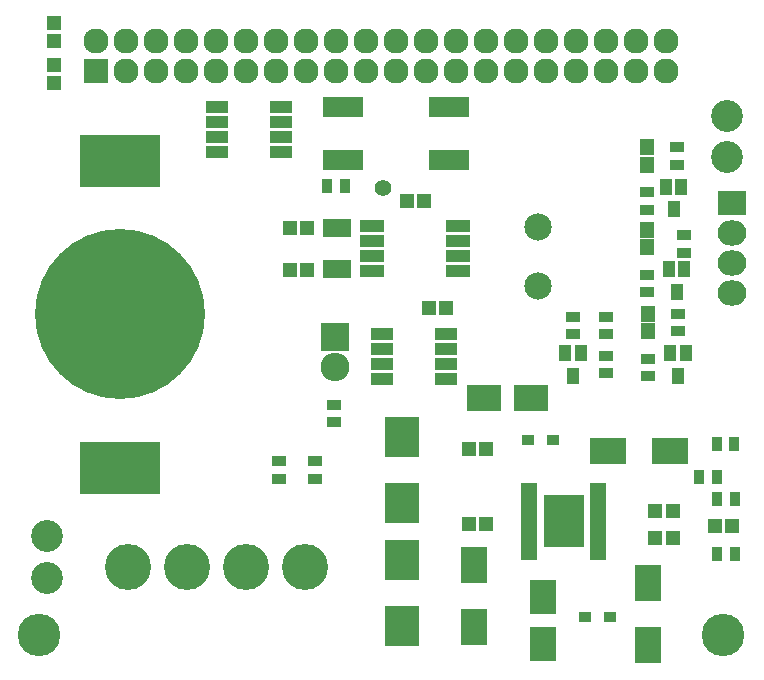
<source format=gbr>
G04 #@! TF.FileFunction,Soldermask,Top*
%FSLAX46Y46*%
G04 Gerber Fmt 4.6, Leading zero omitted, Abs format (unit mm)*
G04 Created by KiCad (PCBNEW 4.0.2+dfsg1-stable) date mer 24 ott 2018 10:21:22 CEST*
%MOMM*%
G01*
G04 APERTURE LIST*
%ADD10C,0.100000*%
%ADD11R,2.400000X1.500000*%
%ADD12R,1.400000X0.800000*%
%ADD13R,3.400000X4.400000*%
%ADD14R,0.900000X1.300000*%
%ADD15R,1.300000X0.900000*%
%ADD16R,0.999440X1.400760*%
%ADD17R,2.127200X2.127200*%
%ADD18O,2.127200X2.127200*%
%ADD19R,2.432000X2.127200*%
%ADD20O,2.432000X2.127200*%
%ADD21C,1.400000*%
%ADD22R,2.900000X3.400000*%
%ADD23R,2.432000X2.432000*%
%ADD24O,2.432000X2.432000*%
%ADD25R,0.990000X0.850000*%
%ADD26R,2.200860X2.899360*%
%ADD27R,2.899360X2.200860*%
%ADD28R,1.197560X1.400000*%
%ADD29C,3.900000*%
%ADD30R,2.200860X3.150820*%
%ADD31R,1.200000X1.150000*%
%ADD32R,3.150820X2.200860*%
%ADD33C,2.305000*%
%ADD34R,1.150000X1.200000*%
%ADD35R,6.900000X4.400000*%
%ADD36C,14.400000*%
%ADD37C,3.600000*%
%ADD38R,2.100000X1.050000*%
%ADD39C,2.700000*%
%ADD40R,1.950000X1.000000*%
%ADD41R,3.500000X1.700000*%
G04 APERTURE END LIST*
D10*
D11*
X135458200Y-69141400D03*
X135458200Y-72641400D03*
D12*
X151714000Y-91055000D03*
X151714000Y-91705000D03*
X151714000Y-92355000D03*
X151714000Y-93005000D03*
X151714000Y-93655000D03*
X151714000Y-94305000D03*
X151714000Y-94955000D03*
X151714000Y-95605000D03*
X151714000Y-96255000D03*
X151714000Y-96905000D03*
X157514000Y-96905000D03*
X157514000Y-96255000D03*
X157514000Y-95605000D03*
X157514000Y-94955000D03*
X157514000Y-94305000D03*
X157514000Y-93655000D03*
X157514000Y-93005000D03*
X157514000Y-92355000D03*
X157514000Y-91705000D03*
X157514000Y-91055000D03*
D13*
X154614000Y-93980000D03*
D14*
X169096120Y-96768920D03*
X167596120Y-96768920D03*
X167596120Y-92069920D03*
X169096120Y-92069920D03*
X167570720Y-87416640D03*
X169070720Y-87416640D03*
X166100060Y-90200480D03*
X167600060Y-90200480D03*
D15*
X161645480Y-74592880D03*
X161645480Y-73092880D03*
X135196580Y-85608860D03*
X135196580Y-84108860D03*
X164797740Y-71232460D03*
X164797740Y-69732460D03*
X133532000Y-90412000D03*
X133532000Y-88912000D03*
X130484000Y-90412000D03*
X130484000Y-88912000D03*
X161772480Y-81704880D03*
X161772480Y-80204880D03*
X164312480Y-77894880D03*
X164312480Y-76394880D03*
X161645480Y-67607880D03*
X161645480Y-66107880D03*
X158216480Y-76648880D03*
X158216480Y-78148880D03*
X158216480Y-81450880D03*
X158216480Y-79950880D03*
X164185480Y-63797880D03*
X164185480Y-62297880D03*
X155422480Y-78148880D03*
X155422480Y-76648880D03*
D14*
X134593900Y-65620900D03*
X136093900Y-65620900D03*
D16*
X163535240Y-72638920D03*
X164835720Y-72638920D03*
X164185480Y-74538840D03*
X163662240Y-79750920D03*
X164962720Y-79750920D03*
X164312480Y-81650840D03*
X163281240Y-65653920D03*
X164581720Y-65653920D03*
X163931480Y-67553840D03*
X154772240Y-79750920D03*
X156072720Y-79750920D03*
X155422480Y-81650840D03*
D17*
X115062000Y-55880000D03*
D18*
X115062000Y-53340000D03*
X117602000Y-55880000D03*
X117602000Y-53340000D03*
X120142000Y-55880000D03*
X120142000Y-53340000D03*
X122682000Y-55880000D03*
X122682000Y-53340000D03*
X125222000Y-55880000D03*
X125222000Y-53340000D03*
X127762000Y-55880000D03*
X127762000Y-53340000D03*
X130302000Y-55880000D03*
X130302000Y-53340000D03*
X132842000Y-55880000D03*
X132842000Y-53340000D03*
X135382000Y-55880000D03*
X135382000Y-53340000D03*
X137922000Y-55880000D03*
X137922000Y-53340000D03*
X140462000Y-55880000D03*
X140462000Y-53340000D03*
X143002000Y-55880000D03*
X143002000Y-53340000D03*
X145542000Y-55880000D03*
X145542000Y-53340000D03*
X148082000Y-55880000D03*
X148082000Y-53340000D03*
X150622000Y-55880000D03*
X150622000Y-53340000D03*
X153162000Y-55880000D03*
X153162000Y-53340000D03*
X155702000Y-55880000D03*
X155702000Y-53340000D03*
X158242000Y-55880000D03*
X158242000Y-53340000D03*
X160782000Y-55880000D03*
X160782000Y-53340000D03*
X163322000Y-55880000D03*
X163322000Y-53340000D03*
D19*
X168864280Y-67028060D03*
D20*
X168864280Y-69568060D03*
X168864280Y-72108060D03*
X168864280Y-74648060D03*
D21*
X139280900Y-65747900D03*
D22*
X140898000Y-102876000D03*
X140898000Y-97276000D03*
X140898000Y-92462000D03*
X140898000Y-86862000D03*
D23*
X135244840Y-78389480D03*
D24*
X135244840Y-80929480D03*
D25*
X158535000Y-102108000D03*
X156425000Y-102108000D03*
D26*
X152908000Y-100363020D03*
X152908000Y-104360980D03*
D27*
X147861020Y-83566000D03*
X151858980Y-83566000D03*
D25*
X153709000Y-87122000D03*
X151599000Y-87122000D03*
D28*
X161645480Y-70782180D03*
X161645480Y-69283580D03*
X161772480Y-77894180D03*
X161772480Y-76395580D03*
X161645480Y-63797180D03*
X161645480Y-62298580D03*
D29*
X132714000Y-97840000D03*
X127714000Y-97840000D03*
X122714000Y-97840000D03*
X117714000Y-97840000D03*
D30*
X147066000Y-102953820D03*
X147066000Y-97706180D03*
D31*
X146570000Y-94234000D03*
X148070000Y-94234000D03*
X167406120Y-94355920D03*
X168906120Y-94355920D03*
X162389120Y-93085920D03*
X163889120Y-93085920D03*
X162389120Y-95371920D03*
X163889120Y-95371920D03*
X148070000Y-87884000D03*
X146570000Y-87884000D03*
D32*
X163588700Y-88016080D03*
X158341060Y-88016080D03*
D30*
X161798000Y-104477820D03*
X161798000Y-99230180D03*
D31*
X144691800Y-75918060D03*
X143191800Y-75918060D03*
D33*
X152438100Y-74046720D03*
X152438100Y-69046720D03*
D34*
X111506000Y-53328000D03*
X111506000Y-51828000D03*
D31*
X141312200Y-66827400D03*
X142812200Y-66827400D03*
X132906200Y-72669400D03*
X131406200Y-72669400D03*
X132906200Y-69113400D03*
X131406200Y-69113400D03*
D34*
X111506000Y-55384000D03*
X111506000Y-56884000D03*
D35*
X117094000Y-63454000D03*
X117094000Y-89454000D03*
D36*
X117094000Y-76454000D03*
D37*
X110236000Y-103632000D03*
X168148000Y-103632000D03*
D38*
X138412200Y-68986400D03*
X138412200Y-70256400D03*
X138412200Y-71526400D03*
X138412200Y-72796400D03*
X145712200Y-72796400D03*
X145712200Y-71526400D03*
X145712200Y-70256400D03*
X145712200Y-68986400D03*
D39*
X168475660Y-63151960D03*
X168475660Y-59651960D03*
X110863380Y-95270440D03*
X110863380Y-98770440D03*
D40*
X130644880Y-62697360D03*
X130644880Y-61427360D03*
X130644880Y-60157360D03*
X130644880Y-58887360D03*
X125244880Y-58887360D03*
X125244880Y-60157360D03*
X125244880Y-61427360D03*
X125244880Y-62697360D03*
X139275840Y-78140560D03*
X139275840Y-79410560D03*
X139275840Y-80680560D03*
X139275840Y-81950560D03*
X144675840Y-81950560D03*
X144675840Y-80680560D03*
X144675840Y-79410560D03*
X144675840Y-78140560D03*
D41*
X144900160Y-58910220D03*
X144900160Y-63410220D03*
X135900160Y-63410220D03*
X135900160Y-58910220D03*
M02*

</source>
